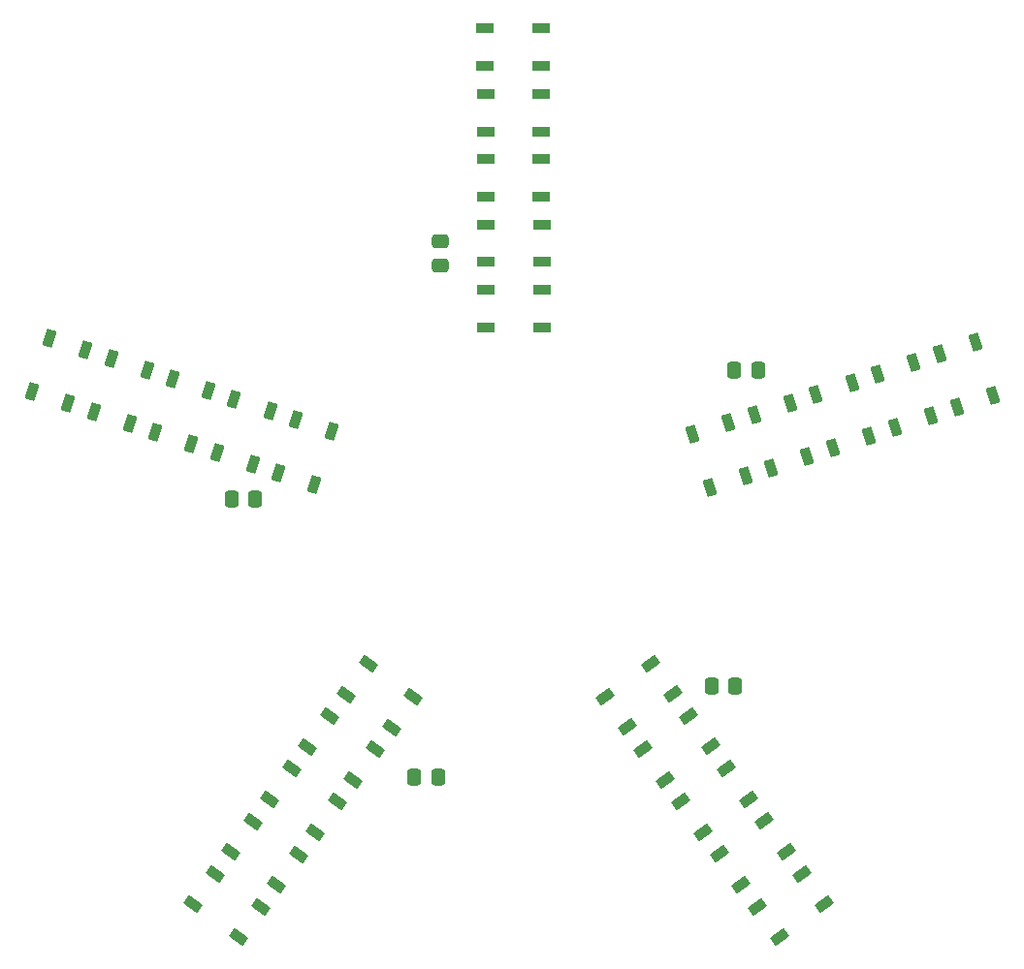
<source format=gtp>
G04 #@! TF.GenerationSoftware,KiCad,Pcbnew,9.0.5*
G04 #@! TF.CreationDate,2025-10-14T20:34:03+01:00*
G04 #@! TF.ProjectId,ESP32_Xmas_Star_Module,45535033-325f-4586-9d61-735f53746172,rev?*
G04 #@! TF.SameCoordinates,Original*
G04 #@! TF.FileFunction,Paste,Top*
G04 #@! TF.FilePolarity,Positive*
%FSLAX46Y46*%
G04 Gerber Fmt 4.6, Leading zero omitted, Abs format (unit mm)*
G04 Created by KiCad (PCBNEW 9.0.5) date 2025-10-14 20:34:03*
%MOMM*%
%LPD*%
G01*
G04 APERTURE LIST*
G04 Aperture macros list*
%AMRoundRect*
0 Rectangle with rounded corners*
0 $1 Rounding radius*
0 $2 $3 $4 $5 $6 $7 $8 $9 X,Y pos of 4 corners*
0 Add a 4 corners polygon primitive as box body*
4,1,4,$2,$3,$4,$5,$6,$7,$8,$9,$2,$3,0*
0 Add four circle primitives for the rounded corners*
1,1,$1+$1,$2,$3*
1,1,$1+$1,$4,$5*
1,1,$1+$1,$6,$7*
1,1,$1+$1,$8,$9*
0 Add four rect primitives between the rounded corners*
20,1,$1+$1,$2,$3,$4,$5,0*
20,1,$1+$1,$4,$5,$6,$7,0*
20,1,$1+$1,$6,$7,$8,$9,0*
20,1,$1+$1,$8,$9,$2,$3,0*%
G04 Aperture macros list end*
%ADD10RoundRect,0.090000X-0.660000X-0.360000X0.660000X-0.360000X0.660000X0.360000X-0.660000X0.360000X0*%
%ADD11RoundRect,0.090000X0.138429X-0.738943X0.546332X0.516451X-0.138429X0.738943X-0.546332X-0.516451X0*%
%ADD12RoundRect,0.090000X-0.546332X0.516451X-0.138429X-0.738943X0.546332X-0.516451X0.138429X0.738943X0*%
%ADD13RoundRect,0.250000X0.475000X-0.337500X0.475000X0.337500X-0.475000X0.337500X-0.475000X-0.337500X0*%
%ADD14RoundRect,0.090000X0.745554X-0.096692X-0.322349X0.679184X-0.745554X0.096692X0.322349X-0.679184X0*%
%ADD15RoundRect,0.250000X-0.337500X-0.475000X0.337500X-0.475000X0.337500X0.475000X-0.337500X0.475000X0*%
%ADD16RoundRect,0.090000X0.322349X0.679184X-0.745554X-0.096692X-0.322349X-0.679184X0.745554X0.096692X0*%
%ADD17RoundRect,0.250000X0.337500X0.475000X-0.337500X0.475000X-0.337500X-0.475000X0.337500X-0.475000X0*%
G04 APERTURE END LIST*
D10*
X147430788Y-55878045D03*
X147430788Y-59178045D03*
X152330788Y-59178045D03*
X152330788Y-55878045D03*
D11*
X129385133Y-88988283D03*
X132523621Y-90008040D03*
X134037803Y-85347863D03*
X130899315Y-84328106D03*
D12*
X184817024Y-79341563D03*
X181678537Y-80361319D03*
X183192720Y-85021495D03*
X186331207Y-84001739D03*
D13*
X143510000Y-70887500D03*
X143510000Y-68812500D03*
D14*
X132536732Y-120419871D03*
X134476424Y-117750115D03*
X130512240Y-114869967D03*
X128572548Y-117539723D03*
D15*
X169142500Y-80010000D03*
X171217500Y-80010000D03*
X167182029Y-107613382D03*
X169257029Y-107613382D03*
D16*
X177050934Y-126694804D03*
X175111243Y-124025048D03*
X171147060Y-126905196D03*
X173086751Y-129574952D03*
D10*
X147445601Y-72970436D03*
X147445600Y-76270436D03*
X152345599Y-76270436D03*
X152345600Y-72970436D03*
X147429046Y-61576476D03*
X147429046Y-64876476D03*
X152329046Y-64876476D03*
X152329046Y-61576476D03*
D14*
X129193214Y-125003412D03*
X131132906Y-122333656D03*
X127168722Y-119453508D03*
X125229030Y-122123264D03*
D15*
X141202500Y-115570000D03*
X143277500Y-115570000D03*
D16*
X170432186Y-117517056D03*
X168492495Y-114847300D03*
X164528312Y-117727448D03*
X166468003Y-120397204D03*
D10*
X147414327Y-50175447D03*
X147414327Y-53475447D03*
X152314327Y-53475447D03*
X152314327Y-50175447D03*
D11*
X113246854Y-83696181D03*
X116385342Y-84715938D03*
X117899524Y-80055761D03*
X114761036Y-79036004D03*
D12*
X179430908Y-81103124D03*
X176292421Y-82122880D03*
X177806604Y-86783056D03*
X180945091Y-85763300D03*
D14*
X125868797Y-129574952D03*
X127808488Y-126905196D03*
X123844305Y-124025048D03*
X121904614Y-126694804D03*
D10*
X147442702Y-67295143D03*
X147442702Y-70595143D03*
X152342702Y-70595143D03*
X152342702Y-67295143D03*
D11*
X123980422Y-87227159D03*
X127118910Y-88246916D03*
X128633092Y-83586739D03*
X125494604Y-82566982D03*
D17*
X127326722Y-91258685D03*
X125251722Y-91258685D03*
D16*
X167116049Y-112928353D03*
X165176358Y-110258597D03*
X161212175Y-113138745D03*
X163151866Y-115808501D03*
D12*
X168632004Y-84622681D03*
X165493518Y-85642437D03*
X167007702Y-90302613D03*
X170146188Y-89282857D03*
D11*
X107817518Y-81917772D03*
X110956006Y-82937529D03*
X112470188Y-78277352D03*
X109331700Y-77257595D03*
D16*
X173735580Y-122096641D03*
X171795889Y-119426885D03*
X167831706Y-122307033D03*
X169771397Y-124976789D03*
D12*
X190233738Y-77556331D03*
X187095251Y-78576087D03*
X188609434Y-83236263D03*
X191747921Y-82216507D03*
D14*
X135878966Y-115847866D03*
X137818658Y-113178110D03*
X133854474Y-110297962D03*
X131914782Y-112967718D03*
D12*
X174021078Y-82874057D03*
X170882592Y-83893813D03*
X172396776Y-88553989D03*
X175535262Y-87534233D03*
D14*
X139215993Y-111259256D03*
X141155685Y-108589500D03*
X137191501Y-105709352D03*
X135251809Y-108379108D03*
D16*
X163799985Y-108323396D03*
X161860294Y-105653640D03*
X157896111Y-108533788D03*
X159835802Y-111203544D03*
D11*
X118604662Y-85441629D03*
X121743150Y-86461386D03*
X123257332Y-81801209D03*
X120118844Y-80781452D03*
M02*

</source>
